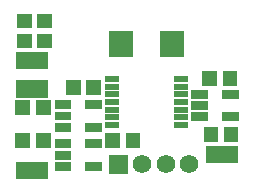
<source format=gts>
G04 Layer: TopSolderMaskLayer*
G04 EasyEDA v6.4.7, 2021-01-18T10:53:27+01:00*
G04 aa4ddc66a76449b48dffd980d3e90acf,8dc9eacff13444d6b60fd3cb587e6cd5,01*
G04 Gerber Generator version 0.2*
G04 Scale: 100 percent, Rotated: No, Reflected: No *
G04 Dimensions in inches *
G04 leading zeros omitted , absolute positions ,2 integer and 4 decimal *
%FSLAX24Y24*%
%MOIN*%
G90*
D02*

%ADD27C,0.062000*%

%LPD*%
G36*
G01X1428Y2439D02*
G01X1428Y2736D01*
G01X1981Y2736D01*
G01X1981Y2439D01*
G01X1428Y2439D01*
G37*
G36*
G01X1428Y2065D02*
G01X1428Y2362D01*
G01X1981Y2362D01*
G01X1981Y2065D01*
G01X1428Y2065D01*
G37*
G36*
G01X1428Y1691D02*
G01X1428Y1988D01*
G01X1981Y1988D01*
G01X1981Y1691D01*
G01X1428Y1691D01*
G37*
G36*
G01X2452Y1691D02*
G01X2452Y1988D01*
G01X3004Y1988D01*
G01X3004Y1691D01*
G01X2452Y1691D01*
G37*
G36*
G01X2452Y2439D02*
G01X2452Y2736D01*
G01X3004Y2736D01*
G01X3004Y2439D01*
G01X2452Y2439D01*
G37*
G36*
G01X2489Y2912D02*
G01X2489Y3417D01*
G01X2983Y3417D01*
G01X2983Y2912D01*
G01X2489Y2912D01*
G37*
G36*
G01X1800Y2912D02*
G01X1800Y3417D01*
G01X2294Y3417D01*
G01X2294Y2912D01*
G01X1800Y2912D01*
G37*
G36*
G01X810Y2250D02*
G01X810Y2756D01*
G01X1304Y2756D01*
G01X1304Y2250D01*
G01X810Y2250D01*
G37*
G36*
G01X121Y2250D02*
G01X121Y2756D01*
G01X615Y2756D01*
G01X615Y2250D01*
G01X121Y2250D01*
G37*
G36*
G01X7074Y1337D02*
G01X7074Y1850D01*
G01X7548Y1850D01*
G01X7548Y1337D01*
G01X7074Y1337D01*
G37*
G36*
G01X6405Y1337D02*
G01X6405Y1850D01*
G01X6878Y1850D01*
G01X6878Y1337D01*
G01X6405Y1337D01*
G37*
G36*
G01X3253Y287D02*
G01X3253Y907D01*
G01X3873Y907D01*
G01X3873Y287D01*
G01X3253Y287D01*
G37*
G54D27*
G01X4350Y598D03*
G01X5137Y598D03*
G01X5925Y598D03*
G36*
G01X3104Y3352D02*
G01X3104Y3552D01*
G01X3574Y3552D01*
G01X3574Y3352D01*
G01X3104Y3352D01*
G37*
G36*
G01X3104Y3096D02*
G01X3104Y3296D01*
G01X3574Y3296D01*
G01X3574Y3096D01*
G01X3104Y3096D01*
G37*
G36*
G01X3104Y2840D02*
G01X3104Y3040D01*
G01X3574Y3040D01*
G01X3574Y2840D01*
G01X3104Y2840D01*
G37*
G36*
G01X3104Y2584D02*
G01X3104Y2784D01*
G01X3574Y2784D01*
G01X3574Y2584D01*
G01X3104Y2584D01*
G37*
G36*
G01X3104Y2328D02*
G01X3104Y2528D01*
G01X3574Y2528D01*
G01X3574Y2328D01*
G01X3104Y2328D01*
G37*
G36*
G01X3104Y2072D02*
G01X3104Y2272D01*
G01X3574Y2272D01*
G01X3574Y2072D01*
G01X3104Y2072D01*
G37*
G36*
G01X3104Y1816D02*
G01X3104Y2016D01*
G01X3574Y2016D01*
G01X3574Y1816D01*
G01X3104Y1816D01*
G37*
G36*
G01X5402Y1816D02*
G01X5402Y2016D01*
G01X5872Y2016D01*
G01X5872Y1816D01*
G01X5402Y1816D01*
G37*
G36*
G01X5402Y2072D02*
G01X5402Y2272D01*
G01X5872Y2272D01*
G01X5872Y2072D01*
G01X5402Y2072D01*
G37*
G36*
G01X5402Y2328D02*
G01X5402Y2528D01*
G01X5872Y2528D01*
G01X5872Y2328D01*
G01X5402Y2328D01*
G37*
G36*
G01X5402Y2584D02*
G01X5402Y2784D01*
G01X5872Y2784D01*
G01X5872Y2584D01*
G01X5402Y2584D01*
G37*
G36*
G01X5402Y2840D02*
G01X5402Y3040D01*
G01X5872Y3040D01*
G01X5872Y2840D01*
G01X5402Y2840D01*
G37*
G36*
G01X5402Y3096D02*
G01X5402Y3296D01*
G01X5872Y3296D01*
G01X5872Y3096D01*
G01X5402Y3096D01*
G37*
G36*
G01X5402Y3352D02*
G01X5402Y3552D01*
G01X5872Y3552D01*
G01X5872Y3352D01*
G01X5402Y3352D01*
G37*
G36*
G01X176Y5144D02*
G01X176Y5618D01*
G01X689Y5618D01*
G01X689Y5144D01*
G01X176Y5144D01*
G37*
G36*
G01X176Y4475D02*
G01X176Y4949D01*
G01X689Y4949D01*
G01X689Y4475D01*
G01X176Y4475D01*
G37*
G36*
G01X826Y5144D02*
G01X826Y5618D01*
G01X1339Y5618D01*
G01X1339Y5144D01*
G01X826Y5144D01*
G37*
G36*
G01X826Y4475D02*
G01X826Y4949D01*
G01X1339Y4949D01*
G01X1339Y4475D01*
G01X826Y4475D01*
G37*
G36*
G01X6468Y642D02*
G01X6468Y1222D01*
G01X7548Y1222D01*
G01X7548Y642D01*
G01X6468Y642D01*
G37*
G36*
G01X129Y3772D02*
G01X129Y4352D01*
G01X1209Y4352D01*
G01X1209Y3772D01*
G01X129Y3772D01*
G37*
G36*
G01X129Y111D02*
G01X129Y691D01*
G01X1209Y691D01*
G01X1209Y111D01*
G01X129Y111D01*
G37*
G36*
G01X129Y2827D02*
G01X129Y3407D01*
G01X1209Y3407D01*
G01X1209Y2827D01*
G01X129Y2827D01*
G37*
G36*
G01X1428Y1138D02*
G01X1428Y1435D01*
G01X1981Y1435D01*
G01X1981Y1138D01*
G01X1428Y1138D01*
G37*
G36*
G01X1428Y764D02*
G01X1428Y1061D01*
G01X1981Y1061D01*
G01X1981Y764D01*
G01X1428Y764D01*
G37*
G36*
G01X1428Y390D02*
G01X1428Y687D01*
G01X1981Y687D01*
G01X1981Y390D01*
G01X1428Y390D01*
G37*
G36*
G01X2452Y390D02*
G01X2452Y687D01*
G01X3004Y687D01*
G01X3004Y390D01*
G01X2452Y390D01*
G37*
G36*
G01X2452Y1138D02*
G01X2452Y1435D01*
G01X3004Y1435D01*
G01X3004Y1138D01*
G01X2452Y1138D01*
G37*
G36*
G01X3109Y1132D02*
G01X3109Y1637D01*
G01X3603Y1637D01*
G01X3603Y1132D01*
G01X3109Y1132D01*
G37*
G36*
G01X3798Y1132D02*
G01X3798Y1637D01*
G01X4292Y1637D01*
G01X4292Y1132D01*
G01X3798Y1132D01*
G37*
G36*
G01X810Y1132D02*
G01X810Y1637D01*
G01X1304Y1637D01*
G01X1304Y1132D01*
G01X810Y1132D01*
G37*
G36*
G01X121Y1132D02*
G01X121Y1637D01*
G01X615Y1637D01*
G01X615Y1132D01*
G01X121Y1132D01*
G37*
G36*
G01X5984Y2792D02*
G01X5984Y3088D01*
G01X6536Y3088D01*
G01X6536Y2792D01*
G01X5984Y2792D01*
G37*
G36*
G01X5984Y2418D02*
G01X5984Y2714D01*
G01X6536Y2714D01*
G01X6536Y2418D01*
G01X5984Y2418D01*
G37*
G36*
G01X5984Y2044D02*
G01X5984Y2340D01*
G01X6536Y2340D01*
G01X6536Y2044D01*
G01X5984Y2044D01*
G37*
G36*
G01X7007Y2044D02*
G01X7007Y2340D01*
G01X7560Y2340D01*
G01X7560Y2044D01*
G01X7007Y2044D01*
G37*
G36*
G01X7007Y2792D02*
G01X7007Y3088D01*
G01X7560Y3088D01*
G01X7560Y2792D01*
G01X7007Y2792D01*
G37*
G36*
G01X7027Y3219D02*
G01X7027Y3724D01*
G01X7520Y3724D01*
G01X7520Y3219D01*
G01X7027Y3219D01*
G37*
G36*
G01X6338Y3219D02*
G01X6338Y3724D01*
G01X6831Y3724D01*
G01X6831Y3219D01*
G01X6338Y3219D01*
G37*
G36*
G01X3250Y4178D02*
G01X3250Y5058D01*
G01X4030Y5058D01*
G01X4030Y4178D01*
G01X3250Y4178D01*
G37*
G36*
G01X4950Y4178D02*
G01X4950Y5058D01*
G01X5730Y5058D01*
G01X5730Y4178D01*
G01X4950Y4178D01*
G37*
M00*
M02*

</source>
